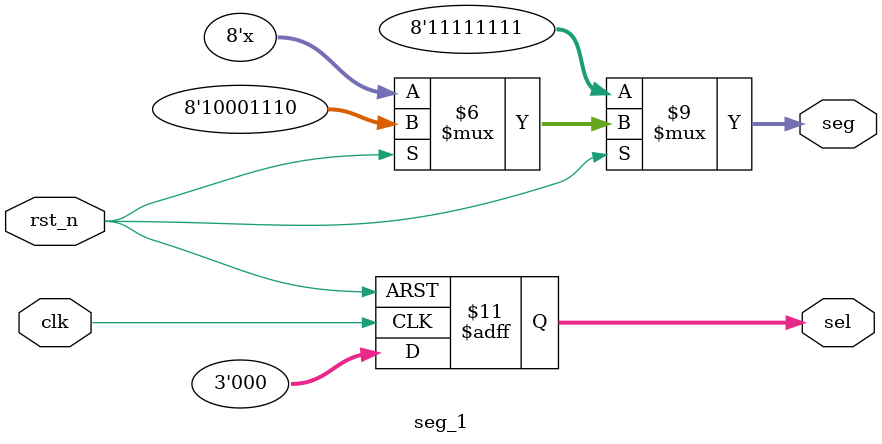
<source format=v>
module  seg_1(clk,rst_n,/*data_in,*/sel,seg);

	input clk;   //50MHz
	input rst_n;  //  low 

	// input [3:0]  data_in;  //输入的4位数据

	output reg [2:0] sel;
	output reg [7:0] seg;

	parameter data_in = 4'd15;

	always @ (posedge clk or negedge rst_n) 
	begin : proc_1
		if(~rst_n) 
			begin
				 sel <= 3'd5;
			end 
		else 
			begin
				sel <= 3'd0;
			end
	end

	always @(*) 
		begin : proc_2
			if(~rst_n) 
				begin
					 seg <= 8'b1111_1111;
				end 
			else 
				begin
					case(data_in)
						4'd0	: 	seg = 8'b1100_0000;
						4'd1	:	seg = 8'b11111001; //1
						4'd2	:	seg = 8'b10100100; //2
						4'd3	:	seg = 8'b10110000; //3
						4'd4	:	seg = 8'b10011001; //4
						4'd5	:	seg = 8'b10010010; //5
						4'd6	:	seg = 8'b10000010; //6
						4'd7	:	seg = 8'b11111000; //7
						4'd8	:	seg = 8'b10000000; //8
						4'd9	:	seg = 8'b10010000; //9
						4'd10	:	seg = 8'b10001000; //a
						4'd11	:	seg = 8'b10000011; //b
						4'd12	:	seg = 8'b10000110; //c
						4'd13	:	seg = 8'b10100001; //d
						4'd14	:	seg = 8'b10000110; //e
						4'd15	:	seg = 8'b10001110; //f
					endcase
				end
		end

 
endmodule

</source>
